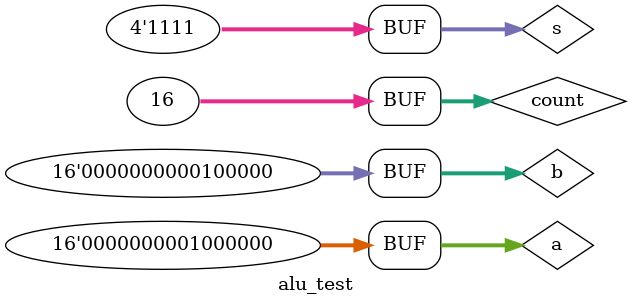
<source format=v>
module ALU(output [15:0]out,input [15:0]a,b,input [3:0]s);
wire [15:0]sum,diff1,diff2,zr,on,neo,diff3,diff4,o1,o2,o3,o4,o5,o6,o7,o8;
adder add1(sum,a,b);
subtractor ss1(diff1,a,b);
subtractor ss2(diff2,b,a);
zero zz1(zr);
one on1(on);
negone ne1(neo);
subtractor ss3(diff3,16'b0,a);
subtractor ss4(diff4,16'b0,b);
neg neg1(o1,a);
neg neg2(o2,b);
inc i1(o3,a);
inc i2(o4,b);
dec dd1(o5,a);
dec dd2(o6,b);
andop an1(o7,a,b);
oroutput oro1(o8,a,b);
mux m161(out,s,sum,diff1,diff2,zr,on,neo,diff3,diff4,o1,o2,o3,o4,o5,o6,o7,o8);
endmodule

module andfive(output op,input a,b,c,d,e);
wire p,q,r;
andgate a0(p,a,b);
andgate a1(q,p,c);
andgate a2(r,q,d);
andgate a3(op,r,e);
endmodule

module orsix(output op,input i1,i2,i3,i4,i5,i6,i7,i8,j1,j2,j3,j4,j5,j6,j7,j8);
wire a,b,c,d,e,f,g,h,i,j,k,l,m,n;
orgate o0(a,i1,i2);
orgate o1(b,a,i3);
orgate o2(c,b,i4);
orgate o3(d,c,i5);
orgate o4(e,d,i6);
orgate o5(f,e,i7);
orgate o6(g,f,i8);
orgate o7(h,g,j1);
orgate o8(i,h,j2);
orgate o9(j,i,j3);
orgate o10(k,j,j4);
orgate o11(l,k,j5);
orgate o12(m,l,j6);
orgate o13(n,m,j7);
orgate o14(op,n,j8);
endmodule

module mux(output [15:0]o,input [3:0]s,input [15:0]a,b,c,d,e,f,g,h,i,j,k,l,m,n,p,q);
wire [15:0]qw,aw,zw,sw,xw,cw,dw,ew,rw,fw,vw,tw,gw,bw,yw,hw;
notgate n11(a0,s[0]);
notgate n12(a1,s[1]);
notgate n13(a2,s[2]);
notgate n14(a3,s[3]);
sumux su10(qw,a,a3,a2,a1,a0);
sumux su11(aw,b,a3,a2,a1,s[0]);
sumux su12(zw,c,a3,a2,s[1],a0);
sumux su13(sw,d,a3,a2,s[1],s[0]);
sumux su14(cw,e,a3,s[2],a1,a0);
sumux su15(dw,f,a3,s[2],a1,s[0]);
sumux su16(ew,g,a3,s[2],s[1],a0);
sumux su17(rw,h,a3,s[2],s[1],s[0]);
sumux su18(fw,i,s[3],a2,a1,a0);
sumux su19(vw,j,s[3],a2,a1,s[0]);
sumux su110(tw,k,s[3],a2,s[1],a0);
sumux su111(gw,l,s[3],a2,s[1],s[0]);
sumux su112(bw,m,s[3],s[2],a1,a0);
sumux su113(yw,n,s[3],s[2],a1,s[0]);
sumux su114(hw,p,s[3],s[2],s[1],a0);
sumux su115(xw,q,s[3],s[2],s[1],s[0]);

orsix rr0(o[0],qw[0],aw[0],zw[0],sw[0],cw[0],dw[0],ew[0],rw[0],fw[0],vw[0],tw[0],gw[0],bw[0],yw[0],hw[0],xw[0]);
orsix rr1(o[1],qw[1],aw[1],zw[1],sw[1],cw[1],dw[1],ew[1],rw[1],fw[1],vw[1],tw[1],gw[1],bw[1],yw[1],hw[1],xw[1]);
orsix rr2(o[2],qw[2],aw[2],zw[2],sw[2],cw[2],dw[2],ew[2],rw[2],fw[2],vw[2],tw[2],gw[2],bw[2],yw[2],hw[2],xw[2]);
orsix rr3(o[3],qw[3],aw[3],zw[3],sw[3],cw[3],dw[3],ew[3],rw[3],fw[3],vw[3],tw[3],gw[3],bw[3],yw[3],hw[3],xw[3]);
orsix rr4(o[4],qw[4],aw[4],zw[4],sw[4],cw[4],dw[4],ew[4],rw[4],fw[4],vw[4],tw[4],gw[4],bw[4],yw[4],hw[4],xw[4]);
orsix rr5(o[5],qw[5],aw[5],zw[5],sw[5],cw[5],dw[5],ew[5],rw[5],fw[5],vw[5],tw[5],gw[5],bw[5],yw[5],hw[5],xw[5]);
orsix rr6(o[6],qw[6],aw[6],zw[6],sw[6],cw[6],dw[6],ew[6],rw[6],fw[6],vw[6],tw[6],gw[6],bw[6],yw[6],hw[6],xw[6]);
orsix rr7(o[7],qw[7],aw[7],zw[7],sw[7],cw[7],dw[7],ew[7],rw[7],fw[7],vw[7],tw[7],gw[7],bw[7],yw[7],hw[7],xw[7]);
orsix rr8(o[8],qw[8],aw[8],zw[8],sw[8],cw[8],dw[8],ew[8],rw[8],fw[8],vw[8],tw[8],gw[8],bw[8],yw[8],hw[8],xw[8]);
orsix rr9(o[9],qw[9],aw[9],zw[9],sw[9],cw[9],dw[9],ew[9],rw[9],fw[9],vw[9],tw[9],gw[9],bw[9],yw[9],hw[9],xw[9]);
orsix rr10(o[10],qw[10],aw[10],zw[10],sw[10],cw[10],dw[10],ew[10],rw[10],fw[10],vw[10],tw[10],gw[10],bw[10],yw[10],hw[10],xw[10]);
orsix rr11(o[11],qw[11],aw[11],zw[11],sw[11],cw[11],dw[11],ew[11],rw[11],fw[11],vw[11],tw[11],gw[11],bw[11],yw[11],hw[11],xw[11]);
orsix rr12(o[12],qw[12],aw[12],zw[12],sw[12],cw[12],dw[12],ew[12],rw[12],fw[12],vw[12],tw[12],gw[12],bw[12],yw[12],hw[12],xw[12]);
orsix rr13(o[13],qw[13],aw[13],zw[13],sw[13],cw[13],dw[13],ew[13],rw[13],fw[13],vw[13],tw[13],gw[13],bw[13],yw[13],hw[13],xw[13]);
orsix rr14(o[14],qw[14],aw[14],zw[14],sw[14],cw[14],dw[14],ew[14],rw[14],fw[14],vw[14],tw[14],gw[14],bw[14],yw[14],hw[14],xw[14]);
orsix rr15(o[15],qw[15],aw[15],zw[15],sw[15],cw[15],dw[15],ew[15],rw[15],fw[15],vw[15],tw[15],gw[15],bw[15],yw[15],hw[15],xw[15]);

endmodule


module sumux(output [15:0]s,input [15:0]a,input b,c,d,e);
andfive q0(s[0],a[0],b,c,d,e);
  andfive q1(s[1],a[1],b,c,d,e);
  andfive q2(s[2],a[2],b,c,d,e);
  andfive q3(s[3],a[3],b,c,d,e);
  andfive q14(s[4],a[4],b,c,d,e);
  andfive q15(s[5],a[5],b,c,d,e);
  andfive q16(s[6],a[6],b,c,d,e);
  andfive q17(s[7],a[7],b,c,d,e);
andfive q18(s[8],a[8],b,c,d,e);
andfive q19(s[9],a[9],b,c,d,e);
andfive q10(s[10],a[10],b,c,d,e);
andfive q11(s[11],a[11],b,c,d,e);
andfive q112(s[12],a[12],b,c,d,e);
andfive q113(s[13],a[13],b,c,d,e);
andfive q114(s[14],a[14],b,c,d,e);
andfive q115(s[15],a[15],b,c,d,e);
endmodule


module andgate(output c,input a,b);
wire k;
nand nand1(k,a,b);
nand nand2(c,k,k);
endmodule

module orgate(output c,input a,b);
wire h;
nor nor1(h,a,b);
nor nor2(c,h,h);
endmodule

module notgate(output i,input a);
nand nand2(i,a,a);
endmodule

module xorgate(output c, input a,b);
wire d,e,f,g;
notgate n1(d,a);
notgate n2(e,b);
andgate a1(f,e,a);
andgate a2(g,d,b);
orgate o1(c,g,f);
endmodule

module halfadder(output s,c,input a,b);
xorgate x1(s,a,b);
andgate a3(c,a,b);
endmodule

module halfsubtractor(output d,b,input a,e);
xorgate XOR1(d,a,e);
notgate NOT1(c,a);
andgate AND(b,c,e);
endmodule

module fullsubtractor(output d,bout,input a,b,cin);
halfsubtractor h1(a1,b1,a,b);
halfsubtractor h2(d,c,a1,cin);
or OR2(bout,c,b1);
endmodule


module fulladder(output s,c ,input a,b,cin);
wire a1,b1,c1;
halfadder h1(a1,b1,a,b);
halfadder h2(s,c1,a1,cin);
orgate o133(c,c1,b1);
endmodule

module inc(output [15:0]s,input [15:0]a);
wire [14:0]c;
  wire cout;
halfadder h0(s[0],c[0],a[0],1);
halfadder h1(s[1],c[1],a[1],c[0]);
halfadder h2(s[2],c[2],a[2],c[1]);
halfadder h3(s[3],c[3],a[3],c[2]);
halfadder h4(s[4],c[4],a[4],c[3]);
halfadder h5(s[5],c[5],a[5],c[4]);
halfadder h6(s[6],c[6],a[6],c[5]);
halfadder h7(s[7],c[7],a[7],c[6]);
halfadder h8(s[8],c[8],a[8],c[7]);
halfadder h9(s[9],c[9],a[9],c[8]);
halfadder h10(s[10],c[10],a[10],c[9]);
halfadder h11(s[11],c[11],a[11],c[10]);
halfadder h12(s[12],c[12],a[12],c[11]);
halfadder h13(s[13],c[13],a[13],c[12]);
halfadder h14(s[14],c[14],a[14],c[13]);
halfadder h15(s[15],cout,a[15],c[14]);
endmodule

module adder(output [15:0] s,input [15:0] a,b);
wire [14:0] carry;
wire cout;
fulladder f1(s[0],carry[0],a[0],b[0],0);
fulladder f2(s[1],carry[1],a[1],b[1],carry[0]);
fulladder f3(s[2],carry[2],a[2],b[2],carry[1]);
fulladder f4(s[3],carry[3],a[3],b[3],carry[2]);
fulladder f5(s[4],carry[4],a[4],b[4],carry[3]);
fulladder f6(s[5],carry[5],a[5],b[5],carry[4]);
fulladder f7(s[6],carry[6],a[6],b[6],carry[5]);
fulladder f8(s[7],carry[7],a[7],b[7],carry[6]);
fulladder f9(s[8],carry[8],a[8],b[8],carry[7]);
fulladder f10(s[9],carry[9],a[9],b[9],carry[8]);
fulladder f11(s[10],carry[10],a[10],b[10],carry[9]);
fulladder f12(s[11],carry[11],a[11],b[11],carry[10]);
fulladder f13(s[12],carry[12],a[12],b[12],carry[11]);
fulladder f14(s[13],carry[13],a[13],b[13],carry[12]);
fulladder f15(s[14],carry[14],a[14],b[14],carry[13]);
fulladder f16(s[15],cout,a[15],b[15],carry[14]);
endmodule

module subtractor (output [15:0] s,input [15:0] a,b);
wire [14:0] carry;
wire cout;

fullsubtractor sa1(s[0],carry[0],a[0],b[0],0);
fullsubtractor sa2(s[1],carry[1],a[1],b[1],carry[0]);
fullsubtractor sa3(s[2],carry[2],a[2],b[2],carry[1]);
fullsubtractor sa4(s[3],carry[3],a[3],b[3],carry[2]);
fullsubtractor sa5(s[4],carry[4],a[4],b[4],carry[3]);
fullsubtractor sa6(s[5],carry[5],a[5],b[5],carry[4]);
fullsubtractor sa7(s[6],carry[6],a[6],b[6],carry[5]);
fullsubtractor sa8(s[7],carry[7],a[7],b[7],carry[6]);
fullsubtractor sa9(s[8],carry[8],a[8],b[8],carry[7]);
fullsubtractor sa10(s[9],carry[9],a[9],b[9],carry[8]);
fullsubtractor sa11(s[10],carry[10],a[10],b[10],carry[9]);
fullsubtractor sa12(s[11],carry[11],a[11],b[11],carry[10]);
fullsubtractor sa13(s[12],carry[12],a[12],b[12],carry[11]);
fullsubtractor sa14(s[13],carry[13],a[13],b[13],carry[12]);
fullsubtractor sa15(s[14],carry[14],a[14],b[14],carry[13]);
fullsubtractor sa16(s[15],cout,a[15],b[15],carry[14]);
endmodule

module zero(output [15:0]i);

	nand(i[0],1,1);
	nand(i[1],1,1);
	nand(i[2],1,1);
	nand(i[3],1,1);
	nand(i[4],1,1);
	nand(i[5],1,1);
	nand(i[6],1,1);
	nand(i[7],1,1);
	nand(i[8],1,1);
	nand(i[9],1,1);
	nand(i[10],1,1);
	nand(i[11],1,1);
	nand(i[12],1,1);
	nand(i[13],1,1);
	nand(i[14],1,1);
	nand(i[15],1,1);


endmodule

module one(output [15:0]i);

nand(i[0],0,0);
	nand(i[1],1,1);
	nand(i[2],1,1);
	nand(i[3],1,1);
	nand(i[4],1,1);
	nand(i[5],1,1);
	nand(i[6],1,1);
	nand(i[7],1,1);
	nand(i[8],1,1);
	nand(i[9],1,1);
	nand(i[10],1,1);
	nand(i[11],1,1);
	nand(i[12],1,1);
	nand(i[13],1,1);
	nand(i[14],1,1);
	nand(i[15],1,1);

endmodule

module negone(output [15:0]i);
nand(i[0],0,0);
	nand(i[1],0,0);
	nand(i[2],0,0);
	nand(i[3],0,0);
	nand(i[4],0,0);
	nand(i[5],0,0);
	nand(i[6],0,0);
	nand(i[7],0,0);
	nand(i[8],0,0);
	nand(i[9],0,0);
	nand(i[10],0,0);
	nand(i[11],0,0);
	nand(i[12],0,0);
	nand(i[13],0,0);
	nand(i[14],0,0);
	nand(i[15],0,0);

endmodule

module dec(output [15:0]s,input [15:0]a);
  wire [14:0]carry;
  wire cout;
fulladder f110(s[0],carry[0],a[0],1,0);
fulladder f21(s[1],carry[1],a[1],1,carry[0]);
fulladder f31(s[2],carry[2],a[2],1,carry[1]);
fulladder f41(s[3],carry[3],a[3],1,carry[2]);
fulladder f51(s[4],carry[4],a[4],1,carry[3]);
fulladder f61(s[5],carry[5],a[5],1,carry[4]);
fulladder f71(s[6],carry[6],a[6],1,carry[5]);
fulladder f81(s[7],carry[7],a[7],1,carry[6]);
fulladder f91(s[8],carry[8],a[8],1,carry[7]);
fulladder f101(s[9],carry[9],a[9],1,carry[8]);
fulladder f111(s[10],carry[10],a[10],1,carry[9]);
fulladder f121(s[11],carry[11],a[11],1,carry[10]);
fulladder f131(s[12],carry[12],a[12],1,carry[11]);
fulladder f141(s[13],carry[13],a[13],1,carry[12]);
fulladder f151(s[14],carry[14],a[14],1,carry[13]);
fulladder f161(s[15],cout,a[15],1,carry[14]);

endmodule

module neg (output [15:0]o,input[15:0]a);
notgate n1(o[0],a[0]);
notgate n2(o[1],a[1]);
notgate n3(o[2],a[2]);
notgate n4(o[3],a[3]);
notgate n5(o[4],a[4]);
notgate n6(o[5],a[5]);
notgate a7(o[6],a[6]);
notgate a8(o[7],a[7]);
notgate a9(o[8],a[8]);
notgate a10(o[9],a[9]);
notgate a11(o[10],a[10]);
notgate a12(o[11],a[11]);
notgate a13(o[12],a[12]);
notgate a14(o[13],a[13]);
notgate a15(o[14],a[14]);
notgate a16(o[15],a[15]);

endmodule


module andop(output [15:0]s,input [15:0]a,b);

andgate aa0(s[0],a[0],b[0]);
andgate aa1(s[1],a[1],b[1]);
andgate aa2(s[2],a[2],b[2]);
andgate aa3(s[3],a[3],b[3]);
andgate aa4(s[4],a[4],b[4]);
andgate aa5(s[5],a[5],b[5]);
andgate aa6(s[6],a[6],b[6]);
andgate aa7(s[7],a[7],b[7]);
andgate aa8(s[8],a[8],b[8]);
andgate aa9(s[9],a[9],b[9]);
andgate aa10(s[10],a[10],b[10]);
andgate aa11(s[11],a[11],b[11]);
andgate aa12(s[12],a[12],b[12]);
andgate aa13(s[13],a[13],b[13]);
andgate aa14(s[14],a[14],b[14]);
andgate aa15(s[15],a[15],b[15]);
endmodule

module oroutput(output[15:0]s,input[15:0]a,b);
orgate oo0(s[0],a[0],b[0]);
orgate oo1(s[1],a[1],b[1]);
orgate oo2(s[2],a[2],b[2]);
orgate oo3(s[3],a[3],b[3]);
orgate oo4(s[4],a[4],b[4]);
orgate oo5(s[5],a[5],b[5]);
orgate oo6(s[6],a[6],b[6]);
orgate oo07(s[7],a[7],b[7]);
orgate oo08(s[8],a[8],b[8]);
orgate oo09(s[9],a[9],b[9]);
orgate oo010(s[10],a[10],b[10]);
orgate oo011(s[11],a[11],b[11]);
orgate oo012(s[12],a[12],b[12]);
orgate oo013(s[13],a[13],b[13]);
orgate oo014(s[14],a[14],b[14]);
orgate oo015(s[15],a[15],b[15]);
endmodule


module alu_test;
  reg [15:0]a,b;
  reg[3:0]s;
  wire [15:0]out;
  ALU hi(out,a,b,s);
integer count;
initial begin
  a=64;
  b=32;
  for(count=0;count<16;count=count+1)
begin
  {s}=count;
#20;
 end
end
endmodule
</source>
